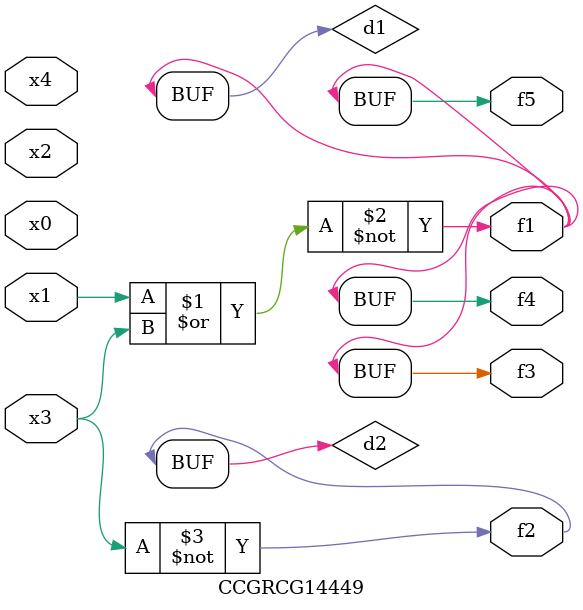
<source format=v>
module CCGRCG14449(
	input x0, x1, x2, x3, x4,
	output f1, f2, f3, f4, f5
);

	wire d1, d2;

	nor (d1, x1, x3);
	not (d2, x3);
	assign f1 = d1;
	assign f2 = d2;
	assign f3 = d1;
	assign f4 = d1;
	assign f5 = d1;
endmodule

</source>
